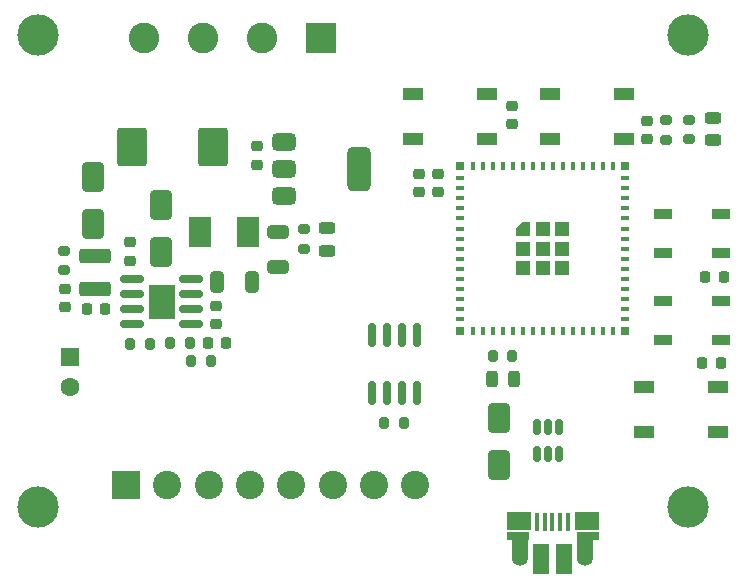
<source format=gbr>
%TF.GenerationSoftware,KiCad,Pcbnew,8.0.5*%
%TF.CreationDate,2024-12-11T15:25:16-08:00*%
%TF.ProjectId,ESP32-Proto,45535033-322d-4507-926f-746f2e6b6963,rev?*%
%TF.SameCoordinates,Original*%
%TF.FileFunction,Soldermask,Top*%
%TF.FilePolarity,Negative*%
%FSLAX46Y46*%
G04 Gerber Fmt 4.6, Leading zero omitted, Abs format (unit mm)*
G04 Created by KiCad (PCBNEW 8.0.5) date 2024-12-11 15:25:16*
%MOMM*%
%LPD*%
G01*
G04 APERTURE LIST*
G04 Aperture macros list*
%AMRoundRect*
0 Rectangle with rounded corners*
0 $1 Rounding radius*
0 $2 $3 $4 $5 $6 $7 $8 $9 X,Y pos of 4 corners*
0 Add a 4 corners polygon primitive as box body*
4,1,4,$2,$3,$4,$5,$6,$7,$8,$9,$2,$3,0*
0 Add four circle primitives for the rounded corners*
1,1,$1+$1,$2,$3*
1,1,$1+$1,$4,$5*
1,1,$1+$1,$6,$7*
1,1,$1+$1,$8,$9*
0 Add four rect primitives between the rounded corners*
20,1,$1+$1,$2,$3,$4,$5,0*
20,1,$1+$1,$4,$5,$6,$7,0*
20,1,$1+$1,$6,$7,$8,$9,0*
20,1,$1+$1,$8,$9,$2,$3,0*%
%AMFreePoly0*
4,1,6,0.600000,-0.600000,-0.600000,-0.600000,-0.600000,0.000000,0.000000,0.600000,0.600000,0.600000,0.600000,-0.600000,0.600000,-0.600000,$1*%
G04 Aperture macros list end*
%ADD10C,1.600000*%
%ADD11R,1.600000X1.600000*%
%ADD12RoundRect,0.250000X0.325000X0.650000X-0.325000X0.650000X-0.325000X-0.650000X0.325000X-0.650000X0*%
%ADD13RoundRect,0.200000X-0.200000X-0.275000X0.200000X-0.275000X0.200000X0.275000X-0.200000X0.275000X0*%
%ADD14C,2.400000*%
%ADD15R,2.400000X2.400000*%
%ADD16RoundRect,0.243750X-0.243750X-0.456250X0.243750X-0.456250X0.243750X0.456250X-0.243750X0.456250X0*%
%ADD17C,3.500000*%
%ADD18RoundRect,0.200000X-0.275000X0.200000X-0.275000X-0.200000X0.275000X-0.200000X0.275000X0.200000X0*%
%ADD19RoundRect,0.243750X-0.456250X0.243750X-0.456250X-0.243750X0.456250X-0.243750X0.456250X0.243750X0*%
%ADD20RoundRect,0.375000X-0.625000X-0.375000X0.625000X-0.375000X0.625000X0.375000X-0.625000X0.375000X0*%
%ADD21RoundRect,0.500000X-0.500000X-1.400000X0.500000X-1.400000X0.500000X1.400000X-0.500000X1.400000X0*%
%ADD22R,1.700000X1.000000*%
%ADD23RoundRect,0.250000X-0.650000X1.000000X-0.650000X-1.000000X0.650000X-1.000000X0.650000X1.000000X0*%
%ADD24R,1.900000X2.500000*%
%ADD25RoundRect,0.225000X0.250000X-0.225000X0.250000X0.225000X-0.250000X0.225000X-0.250000X-0.225000X0*%
%ADD26RoundRect,0.200000X0.275000X-0.200000X0.275000X0.200000X-0.275000X0.200000X-0.275000X-0.200000X0*%
%ADD27R,1.500000X0.900000*%
%ADD28RoundRect,0.225000X-0.250000X0.225000X-0.250000X-0.225000X0.250000X-0.225000X0.250000X0.225000X0*%
%ADD29RoundRect,0.200000X0.200000X0.275000X-0.200000X0.275000X-0.200000X-0.275000X0.200000X-0.275000X0*%
%ADD30R,0.400000X1.650000*%
%ADD31R,1.825000X0.700000*%
%ADD32R,2.000000X1.500000*%
%ADD33R,1.350000X2.000000*%
%ADD34O,1.350000X1.700000*%
%ADD35O,1.100000X1.500000*%
%ADD36R,1.430000X2.500000*%
%ADD37RoundRect,0.250000X0.650000X-1.000000X0.650000X1.000000X-0.650000X1.000000X-0.650000X-1.000000X0*%
%ADD38R,2.290000X3.000000*%
%ADD39RoundRect,0.150000X-0.825000X-0.150000X0.825000X-0.150000X0.825000X0.150000X-0.825000X0.150000X0*%
%ADD40RoundRect,0.250000X-1.075000X0.375000X-1.075000X-0.375000X1.075000X-0.375000X1.075000X0.375000X0*%
%ADD41RoundRect,0.225000X-0.225000X-0.250000X0.225000X-0.250000X0.225000X0.250000X-0.225000X0.250000X0*%
%ADD42C,2.600000*%
%ADD43R,2.600000X2.600000*%
%ADD44RoundRect,0.150000X0.150000X-0.512500X0.150000X0.512500X-0.150000X0.512500X-0.150000X-0.512500X0*%
%ADD45RoundRect,0.250000X1.000000X-1.400000X1.000000X1.400000X-1.000000X1.400000X-1.000000X-1.400000X0*%
%ADD46RoundRect,0.150000X-0.150000X0.825000X-0.150000X-0.825000X0.150000X-0.825000X0.150000X0.825000X0*%
%ADD47R,0.800000X0.800000*%
%ADD48R,1.200000X1.200000*%
%ADD49FreePoly0,0.000000*%
%ADD50R,0.400000X0.800000*%
%ADD51R,0.800000X0.400000*%
%ADD52RoundRect,0.225000X0.225000X0.250000X-0.225000X0.250000X-0.225000X-0.250000X0.225000X-0.250000X0*%
%ADD53RoundRect,0.250000X-0.650000X0.325000X-0.650000X-0.325000X0.650000X-0.325000X0.650000X0.325000X0*%
G04 APERTURE END LIST*
D10*
%TO.C,C2*%
X124700000Y-104800000D03*
D11*
X124700000Y-102300000D03*
%TD*%
D12*
%TO.C,C11*%
X137100000Y-95925000D03*
X140050000Y-95925000D03*
%TD*%
D13*
%TO.C,R3*%
X131425000Y-101175000D03*
X129775000Y-101175000D03*
%TD*%
D14*
%TO.C,J5*%
X153900000Y-113150000D03*
X150400000Y-113150000D03*
X146900000Y-113150000D03*
X143400000Y-113150000D03*
X139900000Y-113150000D03*
X136400000Y-113150000D03*
X132900000Y-113150000D03*
D15*
X129400000Y-113150000D03*
%TD*%
D16*
%TO.C,D9*%
X162300000Y-104100000D03*
X160425000Y-104100000D03*
%TD*%
D17*
%TO.C,REF\u002A\u002A*%
X122000000Y-115000000D03*
%TD*%
D18*
%TO.C,R7*%
X144500000Y-93100000D03*
X144500000Y-91450000D03*
%TD*%
D19*
%TO.C,D7*%
X146400000Y-93262500D03*
X146400000Y-91387500D03*
%TD*%
D20*
%TO.C,U4*%
X142798000Y-88660000D03*
D21*
X149098000Y-86360000D03*
D20*
X142798000Y-86360000D03*
X142798000Y-84060000D03*
%TD*%
D22*
%TO.C,SW3*%
X173250000Y-104800000D03*
X179550000Y-104800000D03*
X173250000Y-108600000D03*
X179550000Y-108600000D03*
%TD*%
D23*
%TO.C,D6*%
X161000000Y-111400000D03*
X161000000Y-107400000D03*
%TD*%
D24*
%TO.C,L2*%
X139750000Y-91675000D03*
X135650000Y-91675000D03*
%TD*%
D25*
%TO.C,C6*%
X162050000Y-81025000D03*
X162050000Y-82575000D03*
%TD*%
D26*
%TO.C,R8*%
X177100000Y-82175000D03*
X177100000Y-83825000D03*
%TD*%
D27*
%TO.C,D2*%
X174850000Y-100800000D03*
X174850000Y-97500000D03*
X179750000Y-97500000D03*
X179750000Y-100800000D03*
%TD*%
D28*
%TO.C,C8*%
X137050000Y-99500000D03*
X137050000Y-97950000D03*
%TD*%
D25*
%TO.C,C5*%
X154250000Y-86750000D03*
X154250000Y-88300000D03*
%TD*%
D29*
%TO.C,R4*%
X133175000Y-101125000D03*
X134825000Y-101125000D03*
%TD*%
D30*
%TO.C,J3*%
X164220000Y-116250000D03*
X164870000Y-116250000D03*
X165520000Y-116250000D03*
X166170000Y-116250000D03*
X166820000Y-116250000D03*
D31*
X162570000Y-117450000D03*
D32*
X162670000Y-116150000D03*
D33*
X162790000Y-118200000D03*
D34*
X162790000Y-119130000D03*
D35*
X163100000Y-116130000D03*
D36*
X164560000Y-119400000D03*
X166480000Y-119400000D03*
D35*
X167940000Y-116130000D03*
D34*
X168250000Y-119130000D03*
D33*
X168270000Y-118200000D03*
D32*
X168420000Y-116130000D03*
D31*
X168520000Y-117450000D03*
%TD*%
D18*
%TO.C,R2*%
X124200000Y-94950000D03*
X124200000Y-93300000D03*
%TD*%
D37*
%TO.C,D4*%
X126600000Y-87000000D03*
X126600000Y-91000000D03*
%TD*%
D38*
%TO.C,U3*%
X132425000Y-97580000D03*
D39*
X134900000Y-95675000D03*
X134900000Y-96945000D03*
X134900000Y-98215000D03*
X134900000Y-99485000D03*
X129950000Y-99485000D03*
X129950000Y-98215000D03*
X129950000Y-96945000D03*
X129950000Y-95675000D03*
%TD*%
D40*
%TO.C,L1*%
X126800000Y-96525000D03*
X126800000Y-93725000D03*
%TD*%
D25*
%TO.C,C4*%
X155850000Y-86750000D03*
X155850000Y-88300000D03*
%TD*%
%TO.C,C3*%
X173500000Y-82275000D03*
X173500000Y-83825000D03*
%TD*%
D41*
%TO.C,C14*%
X179750000Y-102800000D03*
X178200000Y-102800000D03*
%TD*%
D42*
%TO.C,J1*%
X130900000Y-75300000D03*
X135900000Y-75300000D03*
X140900000Y-75300000D03*
D43*
X145900000Y-75300000D03*
%TD*%
D18*
%TO.C,R1*%
X175150000Y-83875000D03*
X175150000Y-82225000D03*
%TD*%
D25*
%TO.C,C9*%
X129750000Y-92575000D03*
X129750000Y-94125000D03*
%TD*%
D44*
%TO.C,U2*%
X164200000Y-108200000D03*
X165150000Y-108200000D03*
X166100000Y-108200000D03*
X166100000Y-110475000D03*
X165150000Y-110475000D03*
X164200000Y-110475000D03*
%TD*%
D37*
%TO.C,D5*%
X132400000Y-89375000D03*
X132400000Y-93375000D03*
%TD*%
D25*
%TO.C,C13*%
X140500000Y-84450000D03*
X140500000Y-86000000D03*
%TD*%
D17*
%TO.C,REF\u002A\u002A*%
X177000000Y-75000000D03*
%TD*%
%TO.C,REF\u002A\u002A*%
X177000000Y-115000000D03*
%TD*%
D45*
%TO.C,D3*%
X136750000Y-84475000D03*
X129950000Y-84475000D03*
%TD*%
D19*
%TO.C,D8*%
X179100000Y-83937500D03*
X179100000Y-82062500D03*
%TD*%
D46*
%TO.C,U5*%
X154050000Y-105350000D03*
X152780000Y-105350000D03*
X151510000Y-105350000D03*
X150240000Y-105350000D03*
X150240000Y-100400000D03*
X151510000Y-100400000D03*
X152780000Y-100400000D03*
X154050000Y-100400000D03*
%TD*%
D47*
%TO.C,U1*%
X171700000Y-86100000D03*
X171700000Y-100100000D03*
X157700000Y-100100000D03*
X157700000Y-86100000D03*
D48*
X166350000Y-94750000D03*
X166350000Y-93100000D03*
X166350000Y-91450000D03*
X164700000Y-94750000D03*
X164700000Y-93100000D03*
X164700000Y-91450000D03*
X163050000Y-94750000D03*
X163050000Y-93100000D03*
D49*
X163050000Y-91450000D03*
D50*
X158750000Y-86100000D03*
X159600000Y-86100000D03*
X160450000Y-86100000D03*
X161300000Y-86100000D03*
X162150000Y-86100000D03*
X163000000Y-86100000D03*
X163850000Y-86100000D03*
X164700000Y-86100000D03*
X165550000Y-86100000D03*
X166400000Y-86100000D03*
X167250000Y-86100000D03*
X168100000Y-86100000D03*
X168950000Y-86100000D03*
X169800000Y-86100000D03*
X170650000Y-86100000D03*
D51*
X171700000Y-87150000D03*
X171700000Y-88000000D03*
X171700000Y-88850000D03*
X171700000Y-89700000D03*
X171700000Y-90550000D03*
X171700000Y-91400000D03*
X171700000Y-92250000D03*
X171700000Y-93100000D03*
X171700000Y-93950000D03*
X171700000Y-94800000D03*
X171700000Y-95650000D03*
X171700000Y-96500000D03*
X171700000Y-97350000D03*
X171700000Y-98200000D03*
X171700000Y-99050000D03*
D50*
X170650000Y-100100000D03*
X169800000Y-100100000D03*
X168950000Y-100100000D03*
X168100000Y-100100000D03*
X167250000Y-100100000D03*
X166400000Y-100100000D03*
X165550000Y-100100000D03*
X164700000Y-100100000D03*
X163850000Y-100100000D03*
X163000000Y-100100000D03*
X162150000Y-100100000D03*
X161300000Y-100100000D03*
X160450000Y-100100000D03*
X159600000Y-100100000D03*
X158750000Y-100100000D03*
D51*
X157700000Y-99050000D03*
X157700000Y-98200000D03*
X157700000Y-97350000D03*
X157700000Y-96500000D03*
X157700000Y-95650000D03*
X157700000Y-94800000D03*
X157700000Y-93950000D03*
X157700000Y-93100000D03*
X157700000Y-92250000D03*
X157700000Y-91400000D03*
X157700000Y-90550000D03*
X157700000Y-89700000D03*
X157700000Y-88850000D03*
X157700000Y-88000000D03*
X157700000Y-87150000D03*
%TD*%
D22*
%TO.C,SW1*%
X165300000Y-80050000D03*
X171600000Y-80050000D03*
X165300000Y-83850000D03*
X171600000Y-83850000D03*
%TD*%
D52*
%TO.C,C15*%
X178450000Y-95500000D03*
X180000000Y-95500000D03*
%TD*%
%TO.C,C7*%
X126100000Y-98225000D03*
X127650000Y-98225000D03*
%TD*%
%TO.C,C10*%
X136350000Y-101075000D03*
X137900000Y-101075000D03*
%TD*%
D27*
%TO.C,D1*%
X174900000Y-93500000D03*
X174900000Y-90200000D03*
X179800000Y-90200000D03*
X179800000Y-93500000D03*
%TD*%
D28*
%TO.C,C1*%
X124250000Y-98050000D03*
X124250000Y-96500000D03*
%TD*%
D22*
%TO.C,SW2*%
X153675000Y-80000000D03*
X159975000Y-80000000D03*
X153675000Y-83800000D03*
X159975000Y-83800000D03*
%TD*%
D13*
%TO.C,R9*%
X162125000Y-102200000D03*
X160475000Y-102200000D03*
%TD*%
D53*
%TO.C,C12*%
X142250000Y-94625000D03*
X142250000Y-91675000D03*
%TD*%
D13*
%TO.C,R6*%
X152945000Y-107825000D03*
X151295000Y-107825000D03*
%TD*%
D17*
%TO.C,REF\u002A\u002A*%
X122000000Y-75000000D03*
%TD*%
D13*
%TO.C,R5*%
X136600000Y-102625000D03*
X134950000Y-102625000D03*
%TD*%
M02*

</source>
